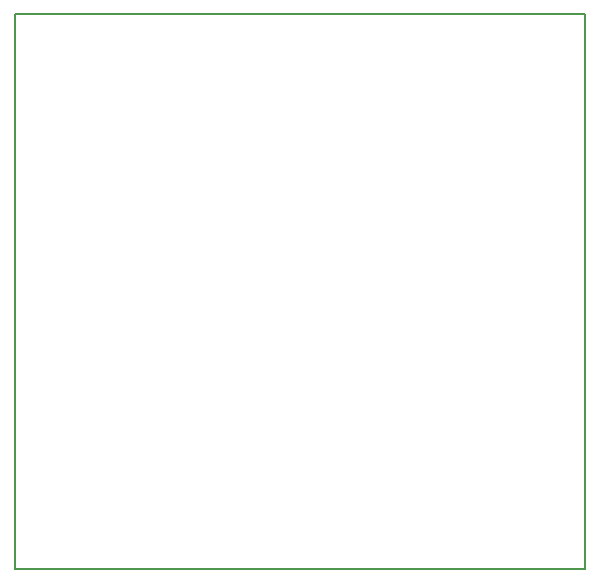
<source format=gbr>
%TF.GenerationSoftware,KiCad,Pcbnew,8.0.7*%
%TF.CreationDate,2025-04-10T14:03:16-05:00*%
%TF.ProjectId,AgBot_V2,4167426f-745f-4563-922e-6b696361645f,rev?*%
%TF.SameCoordinates,Original*%
%TF.FileFunction,Profile,NP*%
%FSLAX46Y46*%
G04 Gerber Fmt 4.6, Leading zero omitted, Abs format (unit mm)*
G04 Created by KiCad (PCBNEW 8.0.7) date 2025-04-10 14:03:16*
%MOMM*%
%LPD*%
G01*
G04 APERTURE LIST*
%TA.AperFunction,Profile*%
%ADD10C,0.152400*%
%TD*%
G04 APERTURE END LIST*
D10*
X124371100Y-128498600D02*
X124371100Y-81508600D01*
X172631100Y-128498600D02*
X172631100Y-81508600D01*
X124371100Y-128498600D02*
X172631100Y-128498600D01*
X172631100Y-81508600D02*
X124371100Y-81508600D01*
M02*

</source>
